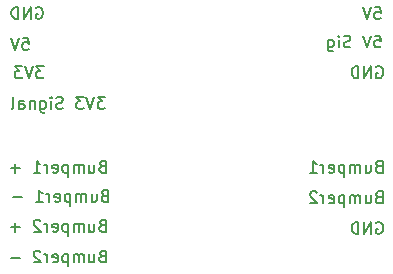
<source format=gbr>
%TF.GenerationSoftware,KiCad,Pcbnew,8.0.6*%
%TF.CreationDate,2024-11-25T01:10:15+00:00*%
%TF.ProjectId,GEOFF board v1,47454f46-4620-4626-9f61-72642076312e,rev?*%
%TF.SameCoordinates,Original*%
%TF.FileFunction,Legend,Bot*%
%TF.FilePolarity,Positive*%
%FSLAX46Y46*%
G04 Gerber Fmt 4.6, Leading zero omitted, Abs format (unit mm)*
G04 Created by KiCad (PCBNEW 8.0.6) date 2024-11-25 01:10:15*
%MOMM*%
%LPD*%
G01*
G04 APERTURE LIST*
%ADD10C,0.200000*%
G04 APERTURE END LIST*
D10*
X55754136Y-139467219D02*
X56230326Y-139467219D01*
X56230326Y-139467219D02*
X56277945Y-139943409D01*
X56277945Y-139943409D02*
X56230326Y-139895790D01*
X56230326Y-139895790D02*
X56135088Y-139848171D01*
X56135088Y-139848171D02*
X55896993Y-139848171D01*
X55896993Y-139848171D02*
X55801755Y-139895790D01*
X55801755Y-139895790D02*
X55754136Y-139943409D01*
X55754136Y-139943409D02*
X55706517Y-140038647D01*
X55706517Y-140038647D02*
X55706517Y-140276742D01*
X55706517Y-140276742D02*
X55754136Y-140371980D01*
X55754136Y-140371980D02*
X55801755Y-140419600D01*
X55801755Y-140419600D02*
X55896993Y-140467219D01*
X55896993Y-140467219D02*
X56135088Y-140467219D01*
X56135088Y-140467219D02*
X56230326Y-140419600D01*
X56230326Y-140419600D02*
X56277945Y-140371980D01*
X55420802Y-139467219D02*
X55087469Y-140467219D01*
X55087469Y-140467219D02*
X54754136Y-139467219D01*
X55754136Y-141867219D02*
X56230326Y-141867219D01*
X56230326Y-141867219D02*
X56277945Y-142343409D01*
X56277945Y-142343409D02*
X56230326Y-142295790D01*
X56230326Y-142295790D02*
X56135088Y-142248171D01*
X56135088Y-142248171D02*
X55896993Y-142248171D01*
X55896993Y-142248171D02*
X55801755Y-142295790D01*
X55801755Y-142295790D02*
X55754136Y-142343409D01*
X55754136Y-142343409D02*
X55706517Y-142438647D01*
X55706517Y-142438647D02*
X55706517Y-142676742D01*
X55706517Y-142676742D02*
X55754136Y-142771980D01*
X55754136Y-142771980D02*
X55801755Y-142819600D01*
X55801755Y-142819600D02*
X55896993Y-142867219D01*
X55896993Y-142867219D02*
X56135088Y-142867219D01*
X56135088Y-142867219D02*
X56230326Y-142819600D01*
X56230326Y-142819600D02*
X56277945Y-142771980D01*
X55420802Y-141867219D02*
X55087469Y-142867219D01*
X55087469Y-142867219D02*
X54754136Y-141867219D01*
X53706516Y-142819600D02*
X53563659Y-142867219D01*
X53563659Y-142867219D02*
X53325564Y-142867219D01*
X53325564Y-142867219D02*
X53230326Y-142819600D01*
X53230326Y-142819600D02*
X53182707Y-142771980D01*
X53182707Y-142771980D02*
X53135088Y-142676742D01*
X53135088Y-142676742D02*
X53135088Y-142581504D01*
X53135088Y-142581504D02*
X53182707Y-142486266D01*
X53182707Y-142486266D02*
X53230326Y-142438647D01*
X53230326Y-142438647D02*
X53325564Y-142391028D01*
X53325564Y-142391028D02*
X53516040Y-142343409D01*
X53516040Y-142343409D02*
X53611278Y-142295790D01*
X53611278Y-142295790D02*
X53658897Y-142248171D01*
X53658897Y-142248171D02*
X53706516Y-142152933D01*
X53706516Y-142152933D02*
X53706516Y-142057695D01*
X53706516Y-142057695D02*
X53658897Y-141962457D01*
X53658897Y-141962457D02*
X53611278Y-141914838D01*
X53611278Y-141914838D02*
X53516040Y-141867219D01*
X53516040Y-141867219D02*
X53277945Y-141867219D01*
X53277945Y-141867219D02*
X53135088Y-141914838D01*
X52706516Y-142867219D02*
X52706516Y-142200552D01*
X52706516Y-141867219D02*
X52754135Y-141914838D01*
X52754135Y-141914838D02*
X52706516Y-141962457D01*
X52706516Y-141962457D02*
X52658897Y-141914838D01*
X52658897Y-141914838D02*
X52706516Y-141867219D01*
X52706516Y-141867219D02*
X52706516Y-141962457D01*
X51801755Y-142200552D02*
X51801755Y-143010076D01*
X51801755Y-143010076D02*
X51849374Y-143105314D01*
X51849374Y-143105314D02*
X51896993Y-143152933D01*
X51896993Y-143152933D02*
X51992231Y-143200552D01*
X51992231Y-143200552D02*
X52135088Y-143200552D01*
X52135088Y-143200552D02*
X52230326Y-143152933D01*
X51801755Y-142819600D02*
X51896993Y-142867219D01*
X51896993Y-142867219D02*
X52087469Y-142867219D01*
X52087469Y-142867219D02*
X52182707Y-142819600D01*
X52182707Y-142819600D02*
X52230326Y-142771980D01*
X52230326Y-142771980D02*
X52277945Y-142676742D01*
X52277945Y-142676742D02*
X52277945Y-142391028D01*
X52277945Y-142391028D02*
X52230326Y-142295790D01*
X52230326Y-142295790D02*
X52182707Y-142248171D01*
X52182707Y-142248171D02*
X52087469Y-142200552D01*
X52087469Y-142200552D02*
X51896993Y-142200552D01*
X51896993Y-142200552D02*
X51801755Y-142248171D01*
X55906517Y-144514838D02*
X56001755Y-144467219D01*
X56001755Y-144467219D02*
X56144612Y-144467219D01*
X56144612Y-144467219D02*
X56287469Y-144514838D01*
X56287469Y-144514838D02*
X56382707Y-144610076D01*
X56382707Y-144610076D02*
X56430326Y-144705314D01*
X56430326Y-144705314D02*
X56477945Y-144895790D01*
X56477945Y-144895790D02*
X56477945Y-145038647D01*
X56477945Y-145038647D02*
X56430326Y-145229123D01*
X56430326Y-145229123D02*
X56382707Y-145324361D01*
X56382707Y-145324361D02*
X56287469Y-145419600D01*
X56287469Y-145419600D02*
X56144612Y-145467219D01*
X56144612Y-145467219D02*
X56049374Y-145467219D01*
X56049374Y-145467219D02*
X55906517Y-145419600D01*
X55906517Y-145419600D02*
X55858898Y-145371980D01*
X55858898Y-145371980D02*
X55858898Y-145038647D01*
X55858898Y-145038647D02*
X56049374Y-145038647D01*
X55430326Y-145467219D02*
X55430326Y-144467219D01*
X55430326Y-144467219D02*
X54858898Y-145467219D01*
X54858898Y-145467219D02*
X54858898Y-144467219D01*
X54382707Y-145467219D02*
X54382707Y-144467219D01*
X54382707Y-144467219D02*
X54144612Y-144467219D01*
X54144612Y-144467219D02*
X54001755Y-144514838D01*
X54001755Y-144514838D02*
X53906517Y-144610076D01*
X53906517Y-144610076D02*
X53858898Y-144705314D01*
X53858898Y-144705314D02*
X53811279Y-144895790D01*
X53811279Y-144895790D02*
X53811279Y-145038647D01*
X53811279Y-145038647D02*
X53858898Y-145229123D01*
X53858898Y-145229123D02*
X53906517Y-145324361D01*
X53906517Y-145324361D02*
X54001755Y-145419600D01*
X54001755Y-145419600D02*
X54144612Y-145467219D01*
X54144612Y-145467219D02*
X54382707Y-145467219D01*
X56096993Y-152943409D02*
X55954136Y-152991028D01*
X55954136Y-152991028D02*
X55906517Y-153038647D01*
X55906517Y-153038647D02*
X55858898Y-153133885D01*
X55858898Y-153133885D02*
X55858898Y-153276742D01*
X55858898Y-153276742D02*
X55906517Y-153371980D01*
X55906517Y-153371980D02*
X55954136Y-153419600D01*
X55954136Y-153419600D02*
X56049374Y-153467219D01*
X56049374Y-153467219D02*
X56430326Y-153467219D01*
X56430326Y-153467219D02*
X56430326Y-152467219D01*
X56430326Y-152467219D02*
X56096993Y-152467219D01*
X56096993Y-152467219D02*
X56001755Y-152514838D01*
X56001755Y-152514838D02*
X55954136Y-152562457D01*
X55954136Y-152562457D02*
X55906517Y-152657695D01*
X55906517Y-152657695D02*
X55906517Y-152752933D01*
X55906517Y-152752933D02*
X55954136Y-152848171D01*
X55954136Y-152848171D02*
X56001755Y-152895790D01*
X56001755Y-152895790D02*
X56096993Y-152943409D01*
X56096993Y-152943409D02*
X56430326Y-152943409D01*
X55001755Y-152800552D02*
X55001755Y-153467219D01*
X55430326Y-152800552D02*
X55430326Y-153324361D01*
X55430326Y-153324361D02*
X55382707Y-153419600D01*
X55382707Y-153419600D02*
X55287469Y-153467219D01*
X55287469Y-153467219D02*
X55144612Y-153467219D01*
X55144612Y-153467219D02*
X55049374Y-153419600D01*
X55049374Y-153419600D02*
X55001755Y-153371980D01*
X54525564Y-153467219D02*
X54525564Y-152800552D01*
X54525564Y-152895790D02*
X54477945Y-152848171D01*
X54477945Y-152848171D02*
X54382707Y-152800552D01*
X54382707Y-152800552D02*
X54239850Y-152800552D01*
X54239850Y-152800552D02*
X54144612Y-152848171D01*
X54144612Y-152848171D02*
X54096993Y-152943409D01*
X54096993Y-152943409D02*
X54096993Y-153467219D01*
X54096993Y-152943409D02*
X54049374Y-152848171D01*
X54049374Y-152848171D02*
X53954136Y-152800552D01*
X53954136Y-152800552D02*
X53811279Y-152800552D01*
X53811279Y-152800552D02*
X53716040Y-152848171D01*
X53716040Y-152848171D02*
X53668421Y-152943409D01*
X53668421Y-152943409D02*
X53668421Y-153467219D01*
X53192231Y-152800552D02*
X53192231Y-153800552D01*
X53192231Y-152848171D02*
X53096993Y-152800552D01*
X53096993Y-152800552D02*
X52906517Y-152800552D01*
X52906517Y-152800552D02*
X52811279Y-152848171D01*
X52811279Y-152848171D02*
X52763660Y-152895790D01*
X52763660Y-152895790D02*
X52716041Y-152991028D01*
X52716041Y-152991028D02*
X52716041Y-153276742D01*
X52716041Y-153276742D02*
X52763660Y-153371980D01*
X52763660Y-153371980D02*
X52811279Y-153419600D01*
X52811279Y-153419600D02*
X52906517Y-153467219D01*
X52906517Y-153467219D02*
X53096993Y-153467219D01*
X53096993Y-153467219D02*
X53192231Y-153419600D01*
X51906517Y-153419600D02*
X52001755Y-153467219D01*
X52001755Y-153467219D02*
X52192231Y-153467219D01*
X52192231Y-153467219D02*
X52287469Y-153419600D01*
X52287469Y-153419600D02*
X52335088Y-153324361D01*
X52335088Y-153324361D02*
X52335088Y-152943409D01*
X52335088Y-152943409D02*
X52287469Y-152848171D01*
X52287469Y-152848171D02*
X52192231Y-152800552D01*
X52192231Y-152800552D02*
X52001755Y-152800552D01*
X52001755Y-152800552D02*
X51906517Y-152848171D01*
X51906517Y-152848171D02*
X51858898Y-152943409D01*
X51858898Y-152943409D02*
X51858898Y-153038647D01*
X51858898Y-153038647D02*
X52335088Y-153133885D01*
X51430326Y-153467219D02*
X51430326Y-152800552D01*
X51430326Y-152991028D02*
X51382707Y-152895790D01*
X51382707Y-152895790D02*
X51335088Y-152848171D01*
X51335088Y-152848171D02*
X51239850Y-152800552D01*
X51239850Y-152800552D02*
X51144612Y-152800552D01*
X50287469Y-153467219D02*
X50858897Y-153467219D01*
X50573183Y-153467219D02*
X50573183Y-152467219D01*
X50573183Y-152467219D02*
X50668421Y-152610076D01*
X50668421Y-152610076D02*
X50763659Y-152705314D01*
X50763659Y-152705314D02*
X50858897Y-152752933D01*
X56096993Y-155543409D02*
X55954136Y-155591028D01*
X55954136Y-155591028D02*
X55906517Y-155638647D01*
X55906517Y-155638647D02*
X55858898Y-155733885D01*
X55858898Y-155733885D02*
X55858898Y-155876742D01*
X55858898Y-155876742D02*
X55906517Y-155971980D01*
X55906517Y-155971980D02*
X55954136Y-156019600D01*
X55954136Y-156019600D02*
X56049374Y-156067219D01*
X56049374Y-156067219D02*
X56430326Y-156067219D01*
X56430326Y-156067219D02*
X56430326Y-155067219D01*
X56430326Y-155067219D02*
X56096993Y-155067219D01*
X56096993Y-155067219D02*
X56001755Y-155114838D01*
X56001755Y-155114838D02*
X55954136Y-155162457D01*
X55954136Y-155162457D02*
X55906517Y-155257695D01*
X55906517Y-155257695D02*
X55906517Y-155352933D01*
X55906517Y-155352933D02*
X55954136Y-155448171D01*
X55954136Y-155448171D02*
X56001755Y-155495790D01*
X56001755Y-155495790D02*
X56096993Y-155543409D01*
X56096993Y-155543409D02*
X56430326Y-155543409D01*
X55001755Y-155400552D02*
X55001755Y-156067219D01*
X55430326Y-155400552D02*
X55430326Y-155924361D01*
X55430326Y-155924361D02*
X55382707Y-156019600D01*
X55382707Y-156019600D02*
X55287469Y-156067219D01*
X55287469Y-156067219D02*
X55144612Y-156067219D01*
X55144612Y-156067219D02*
X55049374Y-156019600D01*
X55049374Y-156019600D02*
X55001755Y-155971980D01*
X54525564Y-156067219D02*
X54525564Y-155400552D01*
X54525564Y-155495790D02*
X54477945Y-155448171D01*
X54477945Y-155448171D02*
X54382707Y-155400552D01*
X54382707Y-155400552D02*
X54239850Y-155400552D01*
X54239850Y-155400552D02*
X54144612Y-155448171D01*
X54144612Y-155448171D02*
X54096993Y-155543409D01*
X54096993Y-155543409D02*
X54096993Y-156067219D01*
X54096993Y-155543409D02*
X54049374Y-155448171D01*
X54049374Y-155448171D02*
X53954136Y-155400552D01*
X53954136Y-155400552D02*
X53811279Y-155400552D01*
X53811279Y-155400552D02*
X53716040Y-155448171D01*
X53716040Y-155448171D02*
X53668421Y-155543409D01*
X53668421Y-155543409D02*
X53668421Y-156067219D01*
X53192231Y-155400552D02*
X53192231Y-156400552D01*
X53192231Y-155448171D02*
X53096993Y-155400552D01*
X53096993Y-155400552D02*
X52906517Y-155400552D01*
X52906517Y-155400552D02*
X52811279Y-155448171D01*
X52811279Y-155448171D02*
X52763660Y-155495790D01*
X52763660Y-155495790D02*
X52716041Y-155591028D01*
X52716041Y-155591028D02*
X52716041Y-155876742D01*
X52716041Y-155876742D02*
X52763660Y-155971980D01*
X52763660Y-155971980D02*
X52811279Y-156019600D01*
X52811279Y-156019600D02*
X52906517Y-156067219D01*
X52906517Y-156067219D02*
X53096993Y-156067219D01*
X53096993Y-156067219D02*
X53192231Y-156019600D01*
X51906517Y-156019600D02*
X52001755Y-156067219D01*
X52001755Y-156067219D02*
X52192231Y-156067219D01*
X52192231Y-156067219D02*
X52287469Y-156019600D01*
X52287469Y-156019600D02*
X52335088Y-155924361D01*
X52335088Y-155924361D02*
X52335088Y-155543409D01*
X52335088Y-155543409D02*
X52287469Y-155448171D01*
X52287469Y-155448171D02*
X52192231Y-155400552D01*
X52192231Y-155400552D02*
X52001755Y-155400552D01*
X52001755Y-155400552D02*
X51906517Y-155448171D01*
X51906517Y-155448171D02*
X51858898Y-155543409D01*
X51858898Y-155543409D02*
X51858898Y-155638647D01*
X51858898Y-155638647D02*
X52335088Y-155733885D01*
X51430326Y-156067219D02*
X51430326Y-155400552D01*
X51430326Y-155591028D02*
X51382707Y-155495790D01*
X51382707Y-155495790D02*
X51335088Y-155448171D01*
X51335088Y-155448171D02*
X51239850Y-155400552D01*
X51239850Y-155400552D02*
X51144612Y-155400552D01*
X50858897Y-155162457D02*
X50811278Y-155114838D01*
X50811278Y-155114838D02*
X50716040Y-155067219D01*
X50716040Y-155067219D02*
X50477945Y-155067219D01*
X50477945Y-155067219D02*
X50382707Y-155114838D01*
X50382707Y-155114838D02*
X50335088Y-155162457D01*
X50335088Y-155162457D02*
X50287469Y-155257695D01*
X50287469Y-155257695D02*
X50287469Y-155352933D01*
X50287469Y-155352933D02*
X50335088Y-155495790D01*
X50335088Y-155495790D02*
X50906516Y-156067219D01*
X50906516Y-156067219D02*
X50287469Y-156067219D01*
X55906517Y-157714838D02*
X56001755Y-157667219D01*
X56001755Y-157667219D02*
X56144612Y-157667219D01*
X56144612Y-157667219D02*
X56287469Y-157714838D01*
X56287469Y-157714838D02*
X56382707Y-157810076D01*
X56382707Y-157810076D02*
X56430326Y-157905314D01*
X56430326Y-157905314D02*
X56477945Y-158095790D01*
X56477945Y-158095790D02*
X56477945Y-158238647D01*
X56477945Y-158238647D02*
X56430326Y-158429123D01*
X56430326Y-158429123D02*
X56382707Y-158524361D01*
X56382707Y-158524361D02*
X56287469Y-158619600D01*
X56287469Y-158619600D02*
X56144612Y-158667219D01*
X56144612Y-158667219D02*
X56049374Y-158667219D01*
X56049374Y-158667219D02*
X55906517Y-158619600D01*
X55906517Y-158619600D02*
X55858898Y-158571980D01*
X55858898Y-158571980D02*
X55858898Y-158238647D01*
X55858898Y-158238647D02*
X56049374Y-158238647D01*
X55430326Y-158667219D02*
X55430326Y-157667219D01*
X55430326Y-157667219D02*
X54858898Y-158667219D01*
X54858898Y-158667219D02*
X54858898Y-157667219D01*
X54382707Y-158667219D02*
X54382707Y-157667219D01*
X54382707Y-157667219D02*
X54144612Y-157667219D01*
X54144612Y-157667219D02*
X54001755Y-157714838D01*
X54001755Y-157714838D02*
X53906517Y-157810076D01*
X53906517Y-157810076D02*
X53858898Y-157905314D01*
X53858898Y-157905314D02*
X53811279Y-158095790D01*
X53811279Y-158095790D02*
X53811279Y-158238647D01*
X53811279Y-158238647D02*
X53858898Y-158429123D01*
X53858898Y-158429123D02*
X53906517Y-158524361D01*
X53906517Y-158524361D02*
X54001755Y-158619600D01*
X54001755Y-158619600D02*
X54144612Y-158667219D01*
X54144612Y-158667219D02*
X54382707Y-158667219D01*
X32696993Y-160543409D02*
X32554136Y-160591028D01*
X32554136Y-160591028D02*
X32506517Y-160638647D01*
X32506517Y-160638647D02*
X32458898Y-160733885D01*
X32458898Y-160733885D02*
X32458898Y-160876742D01*
X32458898Y-160876742D02*
X32506517Y-160971980D01*
X32506517Y-160971980D02*
X32554136Y-161019600D01*
X32554136Y-161019600D02*
X32649374Y-161067219D01*
X32649374Y-161067219D02*
X33030326Y-161067219D01*
X33030326Y-161067219D02*
X33030326Y-160067219D01*
X33030326Y-160067219D02*
X32696993Y-160067219D01*
X32696993Y-160067219D02*
X32601755Y-160114838D01*
X32601755Y-160114838D02*
X32554136Y-160162457D01*
X32554136Y-160162457D02*
X32506517Y-160257695D01*
X32506517Y-160257695D02*
X32506517Y-160352933D01*
X32506517Y-160352933D02*
X32554136Y-160448171D01*
X32554136Y-160448171D02*
X32601755Y-160495790D01*
X32601755Y-160495790D02*
X32696993Y-160543409D01*
X32696993Y-160543409D02*
X33030326Y-160543409D01*
X31601755Y-160400552D02*
X31601755Y-161067219D01*
X32030326Y-160400552D02*
X32030326Y-160924361D01*
X32030326Y-160924361D02*
X31982707Y-161019600D01*
X31982707Y-161019600D02*
X31887469Y-161067219D01*
X31887469Y-161067219D02*
X31744612Y-161067219D01*
X31744612Y-161067219D02*
X31649374Y-161019600D01*
X31649374Y-161019600D02*
X31601755Y-160971980D01*
X31125564Y-161067219D02*
X31125564Y-160400552D01*
X31125564Y-160495790D02*
X31077945Y-160448171D01*
X31077945Y-160448171D02*
X30982707Y-160400552D01*
X30982707Y-160400552D02*
X30839850Y-160400552D01*
X30839850Y-160400552D02*
X30744612Y-160448171D01*
X30744612Y-160448171D02*
X30696993Y-160543409D01*
X30696993Y-160543409D02*
X30696993Y-161067219D01*
X30696993Y-160543409D02*
X30649374Y-160448171D01*
X30649374Y-160448171D02*
X30554136Y-160400552D01*
X30554136Y-160400552D02*
X30411279Y-160400552D01*
X30411279Y-160400552D02*
X30316040Y-160448171D01*
X30316040Y-160448171D02*
X30268421Y-160543409D01*
X30268421Y-160543409D02*
X30268421Y-161067219D01*
X29792231Y-160400552D02*
X29792231Y-161400552D01*
X29792231Y-160448171D02*
X29696993Y-160400552D01*
X29696993Y-160400552D02*
X29506517Y-160400552D01*
X29506517Y-160400552D02*
X29411279Y-160448171D01*
X29411279Y-160448171D02*
X29363660Y-160495790D01*
X29363660Y-160495790D02*
X29316041Y-160591028D01*
X29316041Y-160591028D02*
X29316041Y-160876742D01*
X29316041Y-160876742D02*
X29363660Y-160971980D01*
X29363660Y-160971980D02*
X29411279Y-161019600D01*
X29411279Y-161019600D02*
X29506517Y-161067219D01*
X29506517Y-161067219D02*
X29696993Y-161067219D01*
X29696993Y-161067219D02*
X29792231Y-161019600D01*
X28506517Y-161019600D02*
X28601755Y-161067219D01*
X28601755Y-161067219D02*
X28792231Y-161067219D01*
X28792231Y-161067219D02*
X28887469Y-161019600D01*
X28887469Y-161019600D02*
X28935088Y-160924361D01*
X28935088Y-160924361D02*
X28935088Y-160543409D01*
X28935088Y-160543409D02*
X28887469Y-160448171D01*
X28887469Y-160448171D02*
X28792231Y-160400552D01*
X28792231Y-160400552D02*
X28601755Y-160400552D01*
X28601755Y-160400552D02*
X28506517Y-160448171D01*
X28506517Y-160448171D02*
X28458898Y-160543409D01*
X28458898Y-160543409D02*
X28458898Y-160638647D01*
X28458898Y-160638647D02*
X28935088Y-160733885D01*
X28030326Y-161067219D02*
X28030326Y-160400552D01*
X28030326Y-160591028D02*
X27982707Y-160495790D01*
X27982707Y-160495790D02*
X27935088Y-160448171D01*
X27935088Y-160448171D02*
X27839850Y-160400552D01*
X27839850Y-160400552D02*
X27744612Y-160400552D01*
X27458897Y-160162457D02*
X27411278Y-160114838D01*
X27411278Y-160114838D02*
X27316040Y-160067219D01*
X27316040Y-160067219D02*
X27077945Y-160067219D01*
X27077945Y-160067219D02*
X26982707Y-160114838D01*
X26982707Y-160114838D02*
X26935088Y-160162457D01*
X26935088Y-160162457D02*
X26887469Y-160257695D01*
X26887469Y-160257695D02*
X26887469Y-160352933D01*
X26887469Y-160352933D02*
X26935088Y-160495790D01*
X26935088Y-160495790D02*
X27506516Y-161067219D01*
X27506516Y-161067219D02*
X26887469Y-161067219D01*
X25696992Y-160686266D02*
X24935088Y-160686266D01*
X32696993Y-157943409D02*
X32554136Y-157991028D01*
X32554136Y-157991028D02*
X32506517Y-158038647D01*
X32506517Y-158038647D02*
X32458898Y-158133885D01*
X32458898Y-158133885D02*
X32458898Y-158276742D01*
X32458898Y-158276742D02*
X32506517Y-158371980D01*
X32506517Y-158371980D02*
X32554136Y-158419600D01*
X32554136Y-158419600D02*
X32649374Y-158467219D01*
X32649374Y-158467219D02*
X33030326Y-158467219D01*
X33030326Y-158467219D02*
X33030326Y-157467219D01*
X33030326Y-157467219D02*
X32696993Y-157467219D01*
X32696993Y-157467219D02*
X32601755Y-157514838D01*
X32601755Y-157514838D02*
X32554136Y-157562457D01*
X32554136Y-157562457D02*
X32506517Y-157657695D01*
X32506517Y-157657695D02*
X32506517Y-157752933D01*
X32506517Y-157752933D02*
X32554136Y-157848171D01*
X32554136Y-157848171D02*
X32601755Y-157895790D01*
X32601755Y-157895790D02*
X32696993Y-157943409D01*
X32696993Y-157943409D02*
X33030326Y-157943409D01*
X31601755Y-157800552D02*
X31601755Y-158467219D01*
X32030326Y-157800552D02*
X32030326Y-158324361D01*
X32030326Y-158324361D02*
X31982707Y-158419600D01*
X31982707Y-158419600D02*
X31887469Y-158467219D01*
X31887469Y-158467219D02*
X31744612Y-158467219D01*
X31744612Y-158467219D02*
X31649374Y-158419600D01*
X31649374Y-158419600D02*
X31601755Y-158371980D01*
X31125564Y-158467219D02*
X31125564Y-157800552D01*
X31125564Y-157895790D02*
X31077945Y-157848171D01*
X31077945Y-157848171D02*
X30982707Y-157800552D01*
X30982707Y-157800552D02*
X30839850Y-157800552D01*
X30839850Y-157800552D02*
X30744612Y-157848171D01*
X30744612Y-157848171D02*
X30696993Y-157943409D01*
X30696993Y-157943409D02*
X30696993Y-158467219D01*
X30696993Y-157943409D02*
X30649374Y-157848171D01*
X30649374Y-157848171D02*
X30554136Y-157800552D01*
X30554136Y-157800552D02*
X30411279Y-157800552D01*
X30411279Y-157800552D02*
X30316040Y-157848171D01*
X30316040Y-157848171D02*
X30268421Y-157943409D01*
X30268421Y-157943409D02*
X30268421Y-158467219D01*
X29792231Y-157800552D02*
X29792231Y-158800552D01*
X29792231Y-157848171D02*
X29696993Y-157800552D01*
X29696993Y-157800552D02*
X29506517Y-157800552D01*
X29506517Y-157800552D02*
X29411279Y-157848171D01*
X29411279Y-157848171D02*
X29363660Y-157895790D01*
X29363660Y-157895790D02*
X29316041Y-157991028D01*
X29316041Y-157991028D02*
X29316041Y-158276742D01*
X29316041Y-158276742D02*
X29363660Y-158371980D01*
X29363660Y-158371980D02*
X29411279Y-158419600D01*
X29411279Y-158419600D02*
X29506517Y-158467219D01*
X29506517Y-158467219D02*
X29696993Y-158467219D01*
X29696993Y-158467219D02*
X29792231Y-158419600D01*
X28506517Y-158419600D02*
X28601755Y-158467219D01*
X28601755Y-158467219D02*
X28792231Y-158467219D01*
X28792231Y-158467219D02*
X28887469Y-158419600D01*
X28887469Y-158419600D02*
X28935088Y-158324361D01*
X28935088Y-158324361D02*
X28935088Y-157943409D01*
X28935088Y-157943409D02*
X28887469Y-157848171D01*
X28887469Y-157848171D02*
X28792231Y-157800552D01*
X28792231Y-157800552D02*
X28601755Y-157800552D01*
X28601755Y-157800552D02*
X28506517Y-157848171D01*
X28506517Y-157848171D02*
X28458898Y-157943409D01*
X28458898Y-157943409D02*
X28458898Y-158038647D01*
X28458898Y-158038647D02*
X28935088Y-158133885D01*
X28030326Y-158467219D02*
X28030326Y-157800552D01*
X28030326Y-157991028D02*
X27982707Y-157895790D01*
X27982707Y-157895790D02*
X27935088Y-157848171D01*
X27935088Y-157848171D02*
X27839850Y-157800552D01*
X27839850Y-157800552D02*
X27744612Y-157800552D01*
X27458897Y-157562457D02*
X27411278Y-157514838D01*
X27411278Y-157514838D02*
X27316040Y-157467219D01*
X27316040Y-157467219D02*
X27077945Y-157467219D01*
X27077945Y-157467219D02*
X26982707Y-157514838D01*
X26982707Y-157514838D02*
X26935088Y-157562457D01*
X26935088Y-157562457D02*
X26887469Y-157657695D01*
X26887469Y-157657695D02*
X26887469Y-157752933D01*
X26887469Y-157752933D02*
X26935088Y-157895790D01*
X26935088Y-157895790D02*
X27506516Y-158467219D01*
X27506516Y-158467219D02*
X26887469Y-158467219D01*
X25696992Y-158086266D02*
X24935088Y-158086266D01*
X25316040Y-158467219D02*
X25316040Y-157705314D01*
X32891993Y-155413409D02*
X32749136Y-155461028D01*
X32749136Y-155461028D02*
X32701517Y-155508647D01*
X32701517Y-155508647D02*
X32653898Y-155603885D01*
X32653898Y-155603885D02*
X32653898Y-155746742D01*
X32653898Y-155746742D02*
X32701517Y-155841980D01*
X32701517Y-155841980D02*
X32749136Y-155889600D01*
X32749136Y-155889600D02*
X32844374Y-155937219D01*
X32844374Y-155937219D02*
X33225326Y-155937219D01*
X33225326Y-155937219D02*
X33225326Y-154937219D01*
X33225326Y-154937219D02*
X32891993Y-154937219D01*
X32891993Y-154937219D02*
X32796755Y-154984838D01*
X32796755Y-154984838D02*
X32749136Y-155032457D01*
X32749136Y-155032457D02*
X32701517Y-155127695D01*
X32701517Y-155127695D02*
X32701517Y-155222933D01*
X32701517Y-155222933D02*
X32749136Y-155318171D01*
X32749136Y-155318171D02*
X32796755Y-155365790D01*
X32796755Y-155365790D02*
X32891993Y-155413409D01*
X32891993Y-155413409D02*
X33225326Y-155413409D01*
X31796755Y-155270552D02*
X31796755Y-155937219D01*
X32225326Y-155270552D02*
X32225326Y-155794361D01*
X32225326Y-155794361D02*
X32177707Y-155889600D01*
X32177707Y-155889600D02*
X32082469Y-155937219D01*
X32082469Y-155937219D02*
X31939612Y-155937219D01*
X31939612Y-155937219D02*
X31844374Y-155889600D01*
X31844374Y-155889600D02*
X31796755Y-155841980D01*
X31320564Y-155937219D02*
X31320564Y-155270552D01*
X31320564Y-155365790D02*
X31272945Y-155318171D01*
X31272945Y-155318171D02*
X31177707Y-155270552D01*
X31177707Y-155270552D02*
X31034850Y-155270552D01*
X31034850Y-155270552D02*
X30939612Y-155318171D01*
X30939612Y-155318171D02*
X30891993Y-155413409D01*
X30891993Y-155413409D02*
X30891993Y-155937219D01*
X30891993Y-155413409D02*
X30844374Y-155318171D01*
X30844374Y-155318171D02*
X30749136Y-155270552D01*
X30749136Y-155270552D02*
X30606279Y-155270552D01*
X30606279Y-155270552D02*
X30511040Y-155318171D01*
X30511040Y-155318171D02*
X30463421Y-155413409D01*
X30463421Y-155413409D02*
X30463421Y-155937219D01*
X29987231Y-155270552D02*
X29987231Y-156270552D01*
X29987231Y-155318171D02*
X29891993Y-155270552D01*
X29891993Y-155270552D02*
X29701517Y-155270552D01*
X29701517Y-155270552D02*
X29606279Y-155318171D01*
X29606279Y-155318171D02*
X29558660Y-155365790D01*
X29558660Y-155365790D02*
X29511041Y-155461028D01*
X29511041Y-155461028D02*
X29511041Y-155746742D01*
X29511041Y-155746742D02*
X29558660Y-155841980D01*
X29558660Y-155841980D02*
X29606279Y-155889600D01*
X29606279Y-155889600D02*
X29701517Y-155937219D01*
X29701517Y-155937219D02*
X29891993Y-155937219D01*
X29891993Y-155937219D02*
X29987231Y-155889600D01*
X28701517Y-155889600D02*
X28796755Y-155937219D01*
X28796755Y-155937219D02*
X28987231Y-155937219D01*
X28987231Y-155937219D02*
X29082469Y-155889600D01*
X29082469Y-155889600D02*
X29130088Y-155794361D01*
X29130088Y-155794361D02*
X29130088Y-155413409D01*
X29130088Y-155413409D02*
X29082469Y-155318171D01*
X29082469Y-155318171D02*
X28987231Y-155270552D01*
X28987231Y-155270552D02*
X28796755Y-155270552D01*
X28796755Y-155270552D02*
X28701517Y-155318171D01*
X28701517Y-155318171D02*
X28653898Y-155413409D01*
X28653898Y-155413409D02*
X28653898Y-155508647D01*
X28653898Y-155508647D02*
X29130088Y-155603885D01*
X28225326Y-155937219D02*
X28225326Y-155270552D01*
X28225326Y-155461028D02*
X28177707Y-155365790D01*
X28177707Y-155365790D02*
X28130088Y-155318171D01*
X28130088Y-155318171D02*
X28034850Y-155270552D01*
X28034850Y-155270552D02*
X27939612Y-155270552D01*
X27082469Y-155937219D02*
X27653897Y-155937219D01*
X27368183Y-155937219D02*
X27368183Y-154937219D01*
X27368183Y-154937219D02*
X27463421Y-155080076D01*
X27463421Y-155080076D02*
X27558659Y-155175314D01*
X27558659Y-155175314D02*
X27653897Y-155222933D01*
X25891992Y-155556266D02*
X25130088Y-155556266D01*
X32696993Y-152943409D02*
X32554136Y-152991028D01*
X32554136Y-152991028D02*
X32506517Y-153038647D01*
X32506517Y-153038647D02*
X32458898Y-153133885D01*
X32458898Y-153133885D02*
X32458898Y-153276742D01*
X32458898Y-153276742D02*
X32506517Y-153371980D01*
X32506517Y-153371980D02*
X32554136Y-153419600D01*
X32554136Y-153419600D02*
X32649374Y-153467219D01*
X32649374Y-153467219D02*
X33030326Y-153467219D01*
X33030326Y-153467219D02*
X33030326Y-152467219D01*
X33030326Y-152467219D02*
X32696993Y-152467219D01*
X32696993Y-152467219D02*
X32601755Y-152514838D01*
X32601755Y-152514838D02*
X32554136Y-152562457D01*
X32554136Y-152562457D02*
X32506517Y-152657695D01*
X32506517Y-152657695D02*
X32506517Y-152752933D01*
X32506517Y-152752933D02*
X32554136Y-152848171D01*
X32554136Y-152848171D02*
X32601755Y-152895790D01*
X32601755Y-152895790D02*
X32696993Y-152943409D01*
X32696993Y-152943409D02*
X33030326Y-152943409D01*
X31601755Y-152800552D02*
X31601755Y-153467219D01*
X32030326Y-152800552D02*
X32030326Y-153324361D01*
X32030326Y-153324361D02*
X31982707Y-153419600D01*
X31982707Y-153419600D02*
X31887469Y-153467219D01*
X31887469Y-153467219D02*
X31744612Y-153467219D01*
X31744612Y-153467219D02*
X31649374Y-153419600D01*
X31649374Y-153419600D02*
X31601755Y-153371980D01*
X31125564Y-153467219D02*
X31125564Y-152800552D01*
X31125564Y-152895790D02*
X31077945Y-152848171D01*
X31077945Y-152848171D02*
X30982707Y-152800552D01*
X30982707Y-152800552D02*
X30839850Y-152800552D01*
X30839850Y-152800552D02*
X30744612Y-152848171D01*
X30744612Y-152848171D02*
X30696993Y-152943409D01*
X30696993Y-152943409D02*
X30696993Y-153467219D01*
X30696993Y-152943409D02*
X30649374Y-152848171D01*
X30649374Y-152848171D02*
X30554136Y-152800552D01*
X30554136Y-152800552D02*
X30411279Y-152800552D01*
X30411279Y-152800552D02*
X30316040Y-152848171D01*
X30316040Y-152848171D02*
X30268421Y-152943409D01*
X30268421Y-152943409D02*
X30268421Y-153467219D01*
X29792231Y-152800552D02*
X29792231Y-153800552D01*
X29792231Y-152848171D02*
X29696993Y-152800552D01*
X29696993Y-152800552D02*
X29506517Y-152800552D01*
X29506517Y-152800552D02*
X29411279Y-152848171D01*
X29411279Y-152848171D02*
X29363660Y-152895790D01*
X29363660Y-152895790D02*
X29316041Y-152991028D01*
X29316041Y-152991028D02*
X29316041Y-153276742D01*
X29316041Y-153276742D02*
X29363660Y-153371980D01*
X29363660Y-153371980D02*
X29411279Y-153419600D01*
X29411279Y-153419600D02*
X29506517Y-153467219D01*
X29506517Y-153467219D02*
X29696993Y-153467219D01*
X29696993Y-153467219D02*
X29792231Y-153419600D01*
X28506517Y-153419600D02*
X28601755Y-153467219D01*
X28601755Y-153467219D02*
X28792231Y-153467219D01*
X28792231Y-153467219D02*
X28887469Y-153419600D01*
X28887469Y-153419600D02*
X28935088Y-153324361D01*
X28935088Y-153324361D02*
X28935088Y-152943409D01*
X28935088Y-152943409D02*
X28887469Y-152848171D01*
X28887469Y-152848171D02*
X28792231Y-152800552D01*
X28792231Y-152800552D02*
X28601755Y-152800552D01*
X28601755Y-152800552D02*
X28506517Y-152848171D01*
X28506517Y-152848171D02*
X28458898Y-152943409D01*
X28458898Y-152943409D02*
X28458898Y-153038647D01*
X28458898Y-153038647D02*
X28935088Y-153133885D01*
X28030326Y-153467219D02*
X28030326Y-152800552D01*
X28030326Y-152991028D02*
X27982707Y-152895790D01*
X27982707Y-152895790D02*
X27935088Y-152848171D01*
X27935088Y-152848171D02*
X27839850Y-152800552D01*
X27839850Y-152800552D02*
X27744612Y-152800552D01*
X26887469Y-153467219D02*
X27458897Y-153467219D01*
X27173183Y-153467219D02*
X27173183Y-152467219D01*
X27173183Y-152467219D02*
X27268421Y-152610076D01*
X27268421Y-152610076D02*
X27363659Y-152705314D01*
X27363659Y-152705314D02*
X27458897Y-152752933D01*
X25696992Y-153086266D02*
X24935088Y-153086266D01*
X25316040Y-153467219D02*
X25316040Y-152705314D01*
X27725564Y-144467219D02*
X27106517Y-144467219D01*
X27106517Y-144467219D02*
X27439850Y-144848171D01*
X27439850Y-144848171D02*
X27296993Y-144848171D01*
X27296993Y-144848171D02*
X27201755Y-144895790D01*
X27201755Y-144895790D02*
X27154136Y-144943409D01*
X27154136Y-144943409D02*
X27106517Y-145038647D01*
X27106517Y-145038647D02*
X27106517Y-145276742D01*
X27106517Y-145276742D02*
X27154136Y-145371980D01*
X27154136Y-145371980D02*
X27201755Y-145419600D01*
X27201755Y-145419600D02*
X27296993Y-145467219D01*
X27296993Y-145467219D02*
X27582707Y-145467219D01*
X27582707Y-145467219D02*
X27677945Y-145419600D01*
X27677945Y-145419600D02*
X27725564Y-145371980D01*
X26820802Y-144467219D02*
X26487469Y-145467219D01*
X26487469Y-145467219D02*
X26154136Y-144467219D01*
X25916040Y-144467219D02*
X25296993Y-144467219D01*
X25296993Y-144467219D02*
X25630326Y-144848171D01*
X25630326Y-144848171D02*
X25487469Y-144848171D01*
X25487469Y-144848171D02*
X25392231Y-144895790D01*
X25392231Y-144895790D02*
X25344612Y-144943409D01*
X25344612Y-144943409D02*
X25296993Y-145038647D01*
X25296993Y-145038647D02*
X25296993Y-145276742D01*
X25296993Y-145276742D02*
X25344612Y-145371980D01*
X25344612Y-145371980D02*
X25392231Y-145419600D01*
X25392231Y-145419600D02*
X25487469Y-145467219D01*
X25487469Y-145467219D02*
X25773183Y-145467219D01*
X25773183Y-145467219D02*
X25868421Y-145419600D01*
X25868421Y-145419600D02*
X25916040Y-145371980D01*
X27106517Y-139514838D02*
X27201755Y-139467219D01*
X27201755Y-139467219D02*
X27344612Y-139467219D01*
X27344612Y-139467219D02*
X27487469Y-139514838D01*
X27487469Y-139514838D02*
X27582707Y-139610076D01*
X27582707Y-139610076D02*
X27630326Y-139705314D01*
X27630326Y-139705314D02*
X27677945Y-139895790D01*
X27677945Y-139895790D02*
X27677945Y-140038647D01*
X27677945Y-140038647D02*
X27630326Y-140229123D01*
X27630326Y-140229123D02*
X27582707Y-140324361D01*
X27582707Y-140324361D02*
X27487469Y-140419600D01*
X27487469Y-140419600D02*
X27344612Y-140467219D01*
X27344612Y-140467219D02*
X27249374Y-140467219D01*
X27249374Y-140467219D02*
X27106517Y-140419600D01*
X27106517Y-140419600D02*
X27058898Y-140371980D01*
X27058898Y-140371980D02*
X27058898Y-140038647D01*
X27058898Y-140038647D02*
X27249374Y-140038647D01*
X26630326Y-140467219D02*
X26630326Y-139467219D01*
X26630326Y-139467219D02*
X26058898Y-140467219D01*
X26058898Y-140467219D02*
X26058898Y-139467219D01*
X25582707Y-140467219D02*
X25582707Y-139467219D01*
X25582707Y-139467219D02*
X25344612Y-139467219D01*
X25344612Y-139467219D02*
X25201755Y-139514838D01*
X25201755Y-139514838D02*
X25106517Y-139610076D01*
X25106517Y-139610076D02*
X25058898Y-139705314D01*
X25058898Y-139705314D02*
X25011279Y-139895790D01*
X25011279Y-139895790D02*
X25011279Y-140038647D01*
X25011279Y-140038647D02*
X25058898Y-140229123D01*
X25058898Y-140229123D02*
X25106517Y-140324361D01*
X25106517Y-140324361D02*
X25201755Y-140419600D01*
X25201755Y-140419600D02*
X25344612Y-140467219D01*
X25344612Y-140467219D02*
X25582707Y-140467219D01*
X25954136Y-142067219D02*
X26430326Y-142067219D01*
X26430326Y-142067219D02*
X26477945Y-142543409D01*
X26477945Y-142543409D02*
X26430326Y-142495790D01*
X26430326Y-142495790D02*
X26335088Y-142448171D01*
X26335088Y-142448171D02*
X26096993Y-142448171D01*
X26096993Y-142448171D02*
X26001755Y-142495790D01*
X26001755Y-142495790D02*
X25954136Y-142543409D01*
X25954136Y-142543409D02*
X25906517Y-142638647D01*
X25906517Y-142638647D02*
X25906517Y-142876742D01*
X25906517Y-142876742D02*
X25954136Y-142971980D01*
X25954136Y-142971980D02*
X26001755Y-143019600D01*
X26001755Y-143019600D02*
X26096993Y-143067219D01*
X26096993Y-143067219D02*
X26335088Y-143067219D01*
X26335088Y-143067219D02*
X26430326Y-143019600D01*
X26430326Y-143019600D02*
X26477945Y-142971980D01*
X25620802Y-142067219D02*
X25287469Y-143067219D01*
X25287469Y-143067219D02*
X24954136Y-142067219D01*
X32925564Y-147067219D02*
X32306517Y-147067219D01*
X32306517Y-147067219D02*
X32639850Y-147448171D01*
X32639850Y-147448171D02*
X32496993Y-147448171D01*
X32496993Y-147448171D02*
X32401755Y-147495790D01*
X32401755Y-147495790D02*
X32354136Y-147543409D01*
X32354136Y-147543409D02*
X32306517Y-147638647D01*
X32306517Y-147638647D02*
X32306517Y-147876742D01*
X32306517Y-147876742D02*
X32354136Y-147971980D01*
X32354136Y-147971980D02*
X32401755Y-148019600D01*
X32401755Y-148019600D02*
X32496993Y-148067219D01*
X32496993Y-148067219D02*
X32782707Y-148067219D01*
X32782707Y-148067219D02*
X32877945Y-148019600D01*
X32877945Y-148019600D02*
X32925564Y-147971980D01*
X32020802Y-147067219D02*
X31687469Y-148067219D01*
X31687469Y-148067219D02*
X31354136Y-147067219D01*
X31116040Y-147067219D02*
X30496993Y-147067219D01*
X30496993Y-147067219D02*
X30830326Y-147448171D01*
X30830326Y-147448171D02*
X30687469Y-147448171D01*
X30687469Y-147448171D02*
X30592231Y-147495790D01*
X30592231Y-147495790D02*
X30544612Y-147543409D01*
X30544612Y-147543409D02*
X30496993Y-147638647D01*
X30496993Y-147638647D02*
X30496993Y-147876742D01*
X30496993Y-147876742D02*
X30544612Y-147971980D01*
X30544612Y-147971980D02*
X30592231Y-148019600D01*
X30592231Y-148019600D02*
X30687469Y-148067219D01*
X30687469Y-148067219D02*
X30973183Y-148067219D01*
X30973183Y-148067219D02*
X31068421Y-148019600D01*
X31068421Y-148019600D02*
X31116040Y-147971980D01*
X29354135Y-148019600D02*
X29211278Y-148067219D01*
X29211278Y-148067219D02*
X28973183Y-148067219D01*
X28973183Y-148067219D02*
X28877945Y-148019600D01*
X28877945Y-148019600D02*
X28830326Y-147971980D01*
X28830326Y-147971980D02*
X28782707Y-147876742D01*
X28782707Y-147876742D02*
X28782707Y-147781504D01*
X28782707Y-147781504D02*
X28830326Y-147686266D01*
X28830326Y-147686266D02*
X28877945Y-147638647D01*
X28877945Y-147638647D02*
X28973183Y-147591028D01*
X28973183Y-147591028D02*
X29163659Y-147543409D01*
X29163659Y-147543409D02*
X29258897Y-147495790D01*
X29258897Y-147495790D02*
X29306516Y-147448171D01*
X29306516Y-147448171D02*
X29354135Y-147352933D01*
X29354135Y-147352933D02*
X29354135Y-147257695D01*
X29354135Y-147257695D02*
X29306516Y-147162457D01*
X29306516Y-147162457D02*
X29258897Y-147114838D01*
X29258897Y-147114838D02*
X29163659Y-147067219D01*
X29163659Y-147067219D02*
X28925564Y-147067219D01*
X28925564Y-147067219D02*
X28782707Y-147114838D01*
X28354135Y-148067219D02*
X28354135Y-147400552D01*
X28354135Y-147067219D02*
X28401754Y-147114838D01*
X28401754Y-147114838D02*
X28354135Y-147162457D01*
X28354135Y-147162457D02*
X28306516Y-147114838D01*
X28306516Y-147114838D02*
X28354135Y-147067219D01*
X28354135Y-147067219D02*
X28354135Y-147162457D01*
X27449374Y-147400552D02*
X27449374Y-148210076D01*
X27449374Y-148210076D02*
X27496993Y-148305314D01*
X27496993Y-148305314D02*
X27544612Y-148352933D01*
X27544612Y-148352933D02*
X27639850Y-148400552D01*
X27639850Y-148400552D02*
X27782707Y-148400552D01*
X27782707Y-148400552D02*
X27877945Y-148352933D01*
X27449374Y-148019600D02*
X27544612Y-148067219D01*
X27544612Y-148067219D02*
X27735088Y-148067219D01*
X27735088Y-148067219D02*
X27830326Y-148019600D01*
X27830326Y-148019600D02*
X27877945Y-147971980D01*
X27877945Y-147971980D02*
X27925564Y-147876742D01*
X27925564Y-147876742D02*
X27925564Y-147591028D01*
X27925564Y-147591028D02*
X27877945Y-147495790D01*
X27877945Y-147495790D02*
X27830326Y-147448171D01*
X27830326Y-147448171D02*
X27735088Y-147400552D01*
X27735088Y-147400552D02*
X27544612Y-147400552D01*
X27544612Y-147400552D02*
X27449374Y-147448171D01*
X26973183Y-147400552D02*
X26973183Y-148067219D01*
X26973183Y-147495790D02*
X26925564Y-147448171D01*
X26925564Y-147448171D02*
X26830326Y-147400552D01*
X26830326Y-147400552D02*
X26687469Y-147400552D01*
X26687469Y-147400552D02*
X26592231Y-147448171D01*
X26592231Y-147448171D02*
X26544612Y-147543409D01*
X26544612Y-147543409D02*
X26544612Y-148067219D01*
X25639850Y-148067219D02*
X25639850Y-147543409D01*
X25639850Y-147543409D02*
X25687469Y-147448171D01*
X25687469Y-147448171D02*
X25782707Y-147400552D01*
X25782707Y-147400552D02*
X25973183Y-147400552D01*
X25973183Y-147400552D02*
X26068421Y-147448171D01*
X25639850Y-148019600D02*
X25735088Y-148067219D01*
X25735088Y-148067219D02*
X25973183Y-148067219D01*
X25973183Y-148067219D02*
X26068421Y-148019600D01*
X26068421Y-148019600D02*
X26116040Y-147924361D01*
X26116040Y-147924361D02*
X26116040Y-147829123D01*
X26116040Y-147829123D02*
X26068421Y-147733885D01*
X26068421Y-147733885D02*
X25973183Y-147686266D01*
X25973183Y-147686266D02*
X25735088Y-147686266D01*
X25735088Y-147686266D02*
X25639850Y-147638647D01*
X25020802Y-148067219D02*
X25116040Y-148019600D01*
X25116040Y-148019600D02*
X25163659Y-147924361D01*
X25163659Y-147924361D02*
X25163659Y-147067219D01*
M02*

</source>
